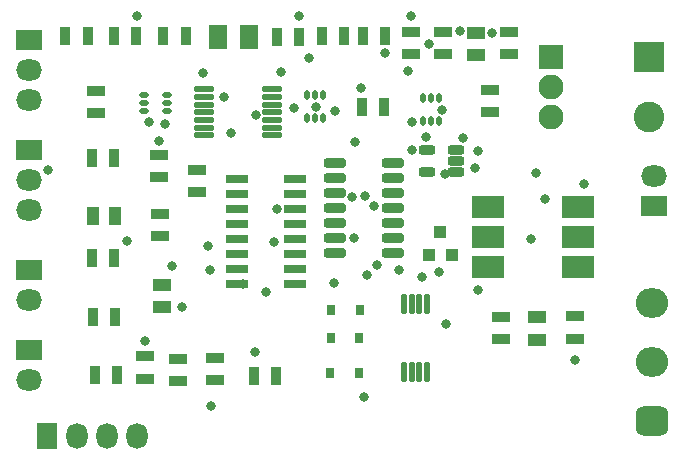
<source format=gts>
G04*
G04 #@! TF.GenerationSoftware,Altium Limited,Altium Designer,22.5.1 (42)*
G04*
G04 Layer_Color=8388736*
%FSLAX44Y44*%
%MOMM*%
G71*
G04*
G04 #@! TF.SameCoordinates,7BE4DF7C-7C26-4D94-8E65-31FE19049D94*
G04*
G04*
G04 #@! TF.FilePolarity,Negative*
G04*
G01*
G75*
G04:AMPARAMS|DCode=34|XSize=1.9mm|YSize=0.8mm|CornerRadius=0.25mm|HoleSize=0mm|Usage=FLASHONLY|Rotation=180.000|XOffset=0mm|YOffset=0mm|HoleType=Round|Shape=RoundedRectangle|*
%AMROUNDEDRECTD34*
21,1,1.9000,0.3000,0,0,180.0*
21,1,1.4000,0.8000,0,0,180.0*
1,1,0.5000,-0.7000,0.1500*
1,1,0.5000,0.7000,0.1500*
1,1,0.5000,0.7000,-0.1500*
1,1,0.5000,-0.7000,-0.1500*
%
%ADD34ROUNDEDRECTD34*%
%ADD35R,1.5000X0.9000*%
%ADD36R,2.7000X1.9000*%
%ADD37R,0.7588X0.8858*%
%ADD38R,1.9000X0.8000*%
G04:AMPARAMS|DCode=39|XSize=0.8mm|YSize=0.53mm|CornerRadius=0.1575mm|HoleSize=0mm|Usage=FLASHONLY|Rotation=90.000|XOffset=0mm|YOffset=0mm|HoleType=Round|Shape=RoundedRectangle|*
%AMROUNDEDRECTD39*
21,1,0.8000,0.2150,0,0,90.0*
21,1,0.4850,0.5300,0,0,90.0*
1,1,0.3150,0.1075,0.2425*
1,1,0.3150,0.1075,-0.2425*
1,1,0.3150,-0.1075,-0.2425*
1,1,0.3150,-0.1075,0.2425*
%
%ADD39ROUNDEDRECTD39*%
G04:AMPARAMS|DCode=40|XSize=1.41mm|YSize=0.79mm|CornerRadius=0.2475mm|HoleSize=0mm|Usage=FLASHONLY|Rotation=180.000|XOffset=0mm|YOffset=0mm|HoleType=Round|Shape=RoundedRectangle|*
%AMROUNDEDRECTD40*
21,1,1.4100,0.2950,0,0,180.0*
21,1,0.9150,0.7900,0,0,180.0*
1,1,0.4950,-0.4575,0.1475*
1,1,0.4950,0.4575,0.1475*
1,1,0.4950,0.4575,-0.1475*
1,1,0.4950,-0.4575,-0.1475*
%
%ADD40ROUNDEDRECTD40*%
G04:AMPARAMS|DCode=41|XSize=1.62mm|YSize=0.5mm|CornerRadius=0.1075mm|HoleSize=0mm|Usage=FLASHONLY|Rotation=90.000|XOffset=0mm|YOffset=0mm|HoleType=Round|Shape=RoundedRectangle|*
%AMROUNDEDRECTD41*
21,1,1.6200,0.2850,0,0,90.0*
21,1,1.4050,0.5000,0,0,90.0*
1,1,0.2150,0.1425,0.7025*
1,1,0.2150,0.1425,-0.7025*
1,1,0.2150,-0.1425,-0.7025*
1,1,0.2150,-0.1425,0.7025*
%
%ADD41ROUNDEDRECTD41*%
%ADD42R,1.0000X1.0000*%
%ADD43R,1.5000X1.1000*%
G04:AMPARAMS|DCode=44|XSize=1.67mm|YSize=0.47mm|CornerRadius=0.1038mm|HoleSize=0mm|Usage=FLASHONLY|Rotation=180.000|XOffset=0mm|YOffset=0mm|HoleType=Round|Shape=RoundedRectangle|*
%AMROUNDEDRECTD44*
21,1,1.6700,0.2625,0,0,180.0*
21,1,1.4625,0.4700,0,0,180.0*
1,1,0.2075,-0.7313,0.1313*
1,1,0.2075,0.7313,0.1313*
1,1,0.2075,0.7313,-0.1313*
1,1,0.2075,-0.7313,-0.1313*
%
%ADD44ROUNDEDRECTD44*%
%ADD45R,0.9000X1.5000*%
%ADD46R,1.6400X2.0200*%
G04:AMPARAMS|DCode=47|XSize=0.8mm|YSize=0.53mm|CornerRadius=0.1575mm|HoleSize=0mm|Usage=FLASHONLY|Rotation=0.000|XOffset=0mm|YOffset=0mm|HoleType=Round|Shape=RoundedRectangle|*
%AMROUNDEDRECTD47*
21,1,0.8000,0.2150,0,0,0.0*
21,1,0.4850,0.5300,0,0,0.0*
1,1,0.3150,0.2425,-0.1075*
1,1,0.3150,-0.2425,-0.1075*
1,1,0.3150,-0.2425,0.1075*
1,1,0.3150,0.2425,0.1075*
%
%ADD47ROUNDEDRECTD47*%
%ADD48R,1.1000X1.5000*%
G04:AMPARAMS|DCode=49|XSize=2.74mm|YSize=2.5mm|CornerRadius=0.675mm|HoleSize=0mm|Usage=FLASHONLY|Rotation=180.000|XOffset=0mm|YOffset=0mm|HoleType=Round|Shape=RoundedRectangle|*
%AMROUNDEDRECTD49*
21,1,2.7400,1.1500,0,0,180.0*
21,1,1.3900,2.5000,0,0,180.0*
1,1,1.3500,-0.6950,0.5750*
1,1,1.3500,0.6950,0.5750*
1,1,1.3500,0.6950,-0.5750*
1,1,1.3500,-0.6950,-0.5750*
%
%ADD49ROUNDEDRECTD49*%
%ADD50O,2.7400X2.5000*%
%ADD51R,2.2000X1.8000*%
%ADD52O,2.2000X1.8000*%
%ADD53R,2.1100X2.1100*%
%ADD54C,2.1100*%
%ADD55R,1.8000X2.2000*%
%ADD56O,1.8000X2.2000*%
%ADD57R,2.6000X2.6000*%
%ADD58C,2.6000*%
%ADD59C,0.8000*%
D34*
X290500Y185200D02*
D03*
Y197900D02*
D03*
Y210600D02*
D03*
Y223300D02*
D03*
X290500Y236000D02*
D03*
X290500Y248700D02*
D03*
Y261400D02*
D03*
X340000D02*
D03*
Y248700D02*
D03*
Y236000D02*
D03*
X340000Y223300D02*
D03*
X340000Y210600D02*
D03*
Y197900D02*
D03*
Y185200D02*
D03*
D35*
X355000Y353050D02*
D03*
Y372050D02*
D03*
X142000Y268000D02*
D03*
Y249000D02*
D03*
X143000Y199000D02*
D03*
Y218000D02*
D03*
X438000Y372050D02*
D03*
Y353050D02*
D03*
X382000Y372050D02*
D03*
Y353050D02*
D03*
X431000Y131000D02*
D03*
Y112000D02*
D03*
X494000Y112500D02*
D03*
Y131500D02*
D03*
X422000Y323000D02*
D03*
Y304000D02*
D03*
X88490Y322500D02*
D03*
Y303500D02*
D03*
X174000Y236500D02*
D03*
Y255500D02*
D03*
X158000Y95500D02*
D03*
Y76500D02*
D03*
X189000Y96500D02*
D03*
Y77500D02*
D03*
X130000Y97500D02*
D03*
Y78500D02*
D03*
D36*
X496200Y173200D02*
D03*
X420000D02*
D03*
X496200Y224000D02*
D03*
Y198600D02*
D03*
X420000D02*
D03*
Y224000D02*
D03*
D37*
X312192Y137000D02*
D03*
X287808D02*
D03*
X286808Y83000D02*
D03*
X311192D02*
D03*
X287000Y113000D02*
D03*
X311384D02*
D03*
D38*
X207450Y247450D02*
D03*
Y234750D02*
D03*
Y222050D02*
D03*
Y209350D02*
D03*
Y196650D02*
D03*
Y183950D02*
D03*
Y171250D02*
D03*
Y158550D02*
D03*
X256550Y247450D02*
D03*
Y234750D02*
D03*
Y222050D02*
D03*
Y209350D02*
D03*
Y196650D02*
D03*
Y183950D02*
D03*
Y171250D02*
D03*
Y158550D02*
D03*
D39*
X267500Y319000D02*
D03*
X274000D02*
D03*
X280500D02*
D03*
Y299600D02*
D03*
X274000D02*
D03*
X267500D02*
D03*
X365500Y296600D02*
D03*
X372000D02*
D03*
X378500D02*
D03*
Y316000D02*
D03*
X372000D02*
D03*
X365500D02*
D03*
D40*
X368450Y253500D02*
D03*
X368450Y272500D02*
D03*
X393550D02*
D03*
X393550Y263000D02*
D03*
X393550Y253500D02*
D03*
D41*
X349250Y141700D02*
D03*
X355750D02*
D03*
X362250D02*
D03*
X368750D02*
D03*
Y84300D02*
D03*
X362250D02*
D03*
X355750D02*
D03*
X349250D02*
D03*
D42*
X380000Y203000D02*
D03*
X389500Y182900D02*
D03*
X370500D02*
D03*
D43*
X144000Y139000D02*
D03*
Y158000D02*
D03*
X410000Y371540D02*
D03*
Y352540D02*
D03*
X462000Y130500D02*
D03*
Y111500D02*
D03*
D44*
X180300Y284500D02*
D03*
Y291000D02*
D03*
Y297500D02*
D03*
Y304000D02*
D03*
Y310500D02*
D03*
Y317000D02*
D03*
Y323500D02*
D03*
X237700D02*
D03*
Y317000D02*
D03*
Y310500D02*
D03*
Y304000D02*
D03*
Y297500D02*
D03*
Y291000D02*
D03*
Y284500D02*
D03*
D45*
X333500Y369000D02*
D03*
X314500D02*
D03*
X279500Y368550D02*
D03*
X298500D02*
D03*
X260500Y368000D02*
D03*
X241500D02*
D03*
X145500Y369000D02*
D03*
X164500D02*
D03*
X81500Y368550D02*
D03*
X62500D02*
D03*
X241000Y81000D02*
D03*
X222000D02*
D03*
X332500Y309000D02*
D03*
X313500D02*
D03*
X103990Y265000D02*
D03*
X84990D02*
D03*
X103500Y368550D02*
D03*
X122500D02*
D03*
X84990Y181000D02*
D03*
X103990D02*
D03*
X85500Y131000D02*
D03*
X104500D02*
D03*
X87500Y82000D02*
D03*
X106500D02*
D03*
D46*
X191640Y368000D02*
D03*
X218360D02*
D03*
D47*
X129300Y318500D02*
D03*
Y312000D02*
D03*
Y305500D02*
D03*
X148700D02*
D03*
Y312000D02*
D03*
Y318500D02*
D03*
D48*
X104500Y216000D02*
D03*
X85500D02*
D03*
D49*
X559000Y42530D02*
D03*
D50*
Y92530D02*
D03*
Y142530D02*
D03*
D51*
X32000Y103000D02*
D03*
X561000Y225000D02*
D03*
X32000Y171000D02*
D03*
Y365580D02*
D03*
Y272000D02*
D03*
D52*
Y77600D02*
D03*
X561000Y250400D02*
D03*
X32000Y145600D02*
D03*
Y314780D02*
D03*
Y340180D02*
D03*
Y221200D02*
D03*
Y246600D02*
D03*
D53*
X474000Y351000D02*
D03*
D54*
X474000Y325500D02*
D03*
Y300000D02*
D03*
D55*
X46600Y30000D02*
D03*
D56*
X72000D02*
D03*
X122800D02*
D03*
X97400D02*
D03*
D57*
X557000Y351000D02*
D03*
D58*
Y300200D02*
D03*
D59*
X368000Y283000D02*
D03*
X242000Y222000D02*
D03*
X224000Y302000D02*
D03*
X275000Y309000D02*
D03*
X291000Y304885D02*
D03*
X48000Y255000D02*
D03*
X364805Y164938D02*
D03*
X412174Y153497D02*
D03*
X245000Y338000D02*
D03*
X385000Y125000D02*
D03*
X356164Y296103D02*
D03*
X213000Y158550D02*
D03*
X232000Y152000D02*
D03*
X352500Y339000D02*
D03*
X412000Y271000D02*
D03*
X308000Y279000D02*
D03*
X268923Y349835D02*
D03*
X469000Y231000D02*
D03*
X457000Y197000D02*
D03*
X461000Y253000D02*
D03*
X398942Y282684D02*
D03*
X186000Y55500D02*
D03*
X494000Y94000D02*
D03*
X502000Y243000D02*
D03*
X315000Y63000D02*
D03*
X424000Y371000D02*
D03*
X409000Y257000D02*
D03*
X256000Y308000D02*
D03*
X384000Y252000D02*
D03*
X381500Y306338D02*
D03*
X130000Y110858D02*
D03*
X153000Y174000D02*
D03*
X161000Y139000D02*
D03*
X307000Y198000D02*
D03*
X290000Y160000D02*
D03*
X239000Y194000D02*
D03*
X323549Y224497D02*
D03*
X316049Y233445D02*
D03*
X203000Y287000D02*
D03*
X379000Y169000D02*
D03*
X305322Y232123D02*
D03*
X326000Y175000D02*
D03*
X345000Y171000D02*
D03*
X313000Y325000D02*
D03*
X133000Y296000D02*
D03*
X318000Y166000D02*
D03*
X183346Y190773D02*
D03*
X333000Y354000D02*
D03*
X355000Y386000D02*
D03*
X356000Y272000D02*
D03*
X197000Y317000D02*
D03*
X179000Y337000D02*
D03*
X185000Y171000D02*
D03*
X115000Y195000D02*
D03*
X370000Y362000D02*
D03*
X397000Y373000D02*
D03*
X223000Y101000D02*
D03*
X147000Y294000D02*
D03*
X142000Y280000D02*
D03*
X260000Y386000D02*
D03*
X123000D02*
D03*
M02*

</source>
